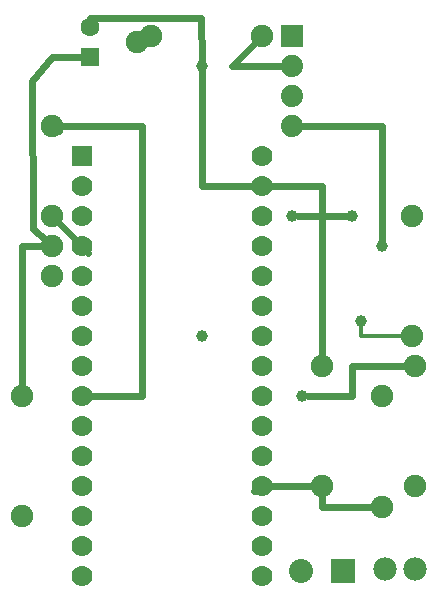
<source format=gbl>
G04 MADE WITH FRITZING*
G04 WWW.FRITZING.ORG*
G04 DOUBLE SIDED*
G04 HOLES PLATED*
G04 CONTOUR ON CENTER OF CONTOUR VECTOR*
%ASAXBY*%
%FSLAX23Y23*%
%MOIN*%
%OFA0B0*%
%SFA1.0B1.0*%
%ADD10C,0.070000*%
%ADD11C,0.074000*%
%ADD12C,0.075000*%
%ADD13C,0.080000*%
%ADD14C,0.039370*%
%ADD15C,0.062992*%
%ADD16C,0.078000*%
%ADD17R,0.069972X0.070000*%
%ADD18R,0.074000X0.074000*%
%ADD19R,0.080000X0.080000*%
%ADD20R,0.062992X0.062992*%
%ADD21C,0.024000*%
%ADD22C,0.012000*%
%LNCOPPER0*%
G90*
G70*
G54D10*
X244Y1480D03*
X244Y1380D03*
X244Y1280D03*
X244Y1180D03*
X244Y1080D03*
X244Y980D03*
X244Y880D03*
X244Y780D03*
X244Y680D03*
X244Y580D03*
X244Y480D03*
X244Y380D03*
X244Y280D03*
X244Y180D03*
X244Y80D03*
X844Y1480D03*
X844Y1380D03*
X844Y1280D03*
X844Y1180D03*
X844Y1080D03*
X844Y980D03*
X844Y880D03*
X844Y780D03*
X844Y680D03*
X844Y580D03*
X844Y480D03*
X844Y380D03*
X844Y280D03*
X844Y180D03*
X844Y80D03*
G54D11*
X944Y1780D03*
X944Y1680D03*
X944Y1580D03*
X944Y1880D03*
G54D12*
X144Y1280D03*
X144Y1180D03*
X144Y1080D03*
X1244Y310D03*
X1244Y680D03*
X474Y1880D03*
X844Y1880D03*
G54D13*
X1114Y96D03*
X976Y96D03*
G54D12*
X1044Y780D03*
X1044Y380D03*
X44Y280D03*
X44Y680D03*
X1356Y780D03*
X1356Y380D03*
X1344Y1280D03*
X1344Y880D03*
X427Y1862D03*
X144Y1580D03*
G54D14*
X1246Y1179D03*
X1146Y1279D03*
X945Y1279D03*
X645Y1779D03*
X644Y880D03*
X1176Y931D03*
G54D15*
X273Y1812D03*
X273Y1910D03*
G54D16*
X1355Y103D03*
X1255Y103D03*
G54D14*
X978Y681D03*
G54D17*
X244Y1480D03*
G54D18*
X944Y1880D03*
G54D19*
X1114Y96D03*
G54D20*
X273Y1812D03*
G54D21*
X1146Y779D02*
X1327Y780D01*
D02*
X1145Y681D02*
X1146Y779D01*
D02*
X997Y681D02*
X1145Y681D01*
D02*
X843Y379D02*
X1016Y379D01*
D02*
X819Y365D02*
X843Y379D01*
D02*
X1044Y310D02*
X1216Y310D01*
D02*
X1044Y351D02*
X1044Y310D01*
D02*
X45Y1179D02*
X116Y1179D01*
D02*
X44Y708D02*
X45Y1179D01*
D02*
X245Y1179D02*
X264Y1158D01*
D02*
X165Y1259D02*
X245Y1179D01*
D02*
X1246Y1580D02*
X976Y1580D01*
D02*
X1246Y1198D02*
X1246Y1580D01*
D02*
X1044Y1380D02*
X1044Y808D01*
D02*
X874Y1380D02*
X1044Y1380D01*
D02*
X1127Y1279D02*
X964Y1279D01*
D02*
X445Y1579D02*
X445Y679D01*
D02*
X445Y679D02*
X274Y679D01*
D02*
X145Y1579D02*
X445Y1579D01*
D02*
X168Y1563D02*
X145Y1579D01*
D02*
X744Y1780D02*
X913Y1780D01*
D02*
X824Y1859D02*
X744Y1780D01*
D02*
X645Y1379D02*
X815Y1380D01*
D02*
X645Y1760D02*
X645Y1379D01*
G54D22*
D02*
X1321Y880D02*
X1176Y880D01*
D02*
X1176Y880D02*
X1176Y917D01*
G54D21*
D02*
X273Y1942D02*
X273Y1937D01*
D02*
X643Y1942D02*
X273Y1942D01*
D02*
X645Y1798D02*
X643Y1942D01*
D02*
X144Y1812D02*
X246Y1812D01*
D02*
X83Y1238D02*
X79Y1732D01*
D02*
X124Y1199D02*
X83Y1238D01*
D02*
X79Y1732D02*
X144Y1812D01*
G04 End of Copper0*
M02*
</source>
